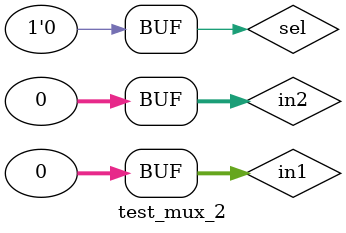
<source format=v>
`timescale 1ns / 1ps


module test_mux_2;

	// Inputs
	reg [31:0] in1;
	reg [31:0] in2;
	reg sel;

	// Outputs
	wire [31:0] out;

	// Instantiate the Unit Under Test (UUT)
	mux_2 uut (
		.in1(in1), 
		.in2(in2), 
		.sel(sel), 
		.out(out)
	);

	initial begin
		// Initialize Inputs
		in1 = 0;
		in2 = 0;
		sel = 0;

		// Wait 100 ns for global reset to finish
		#100;
        
		// Add stimulus here

	end
      
endmodule


</source>
